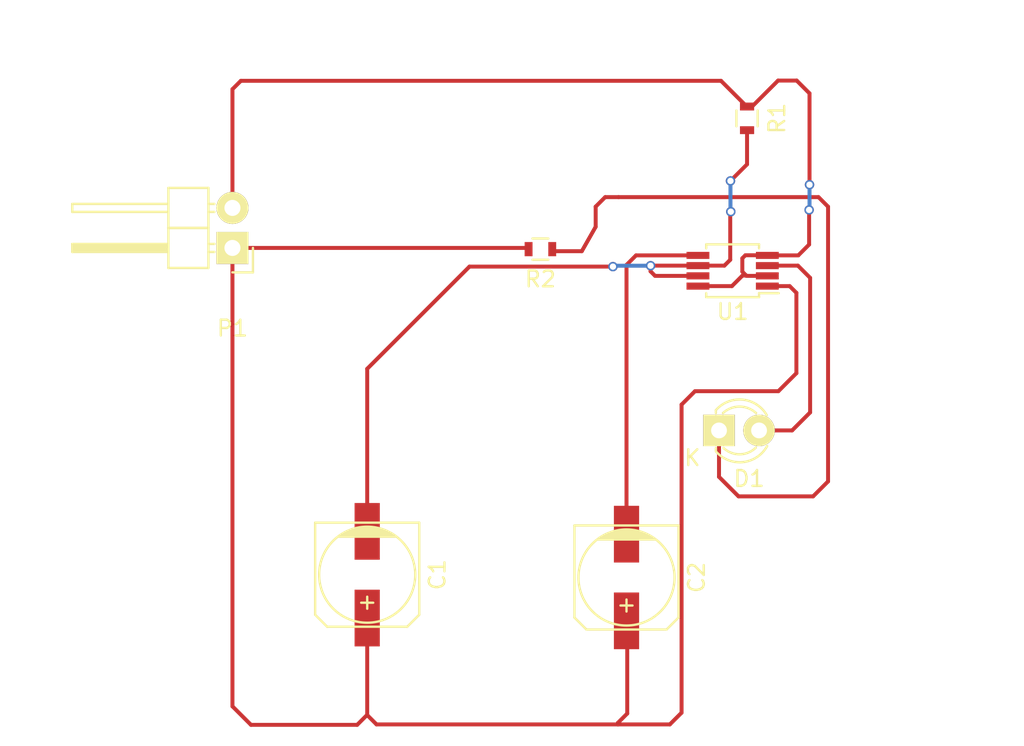
<source format=kicad_pcb>
(kicad_pcb (version 4) (host pcbnew 4.0.1-stable)

  (general
    (links 14)
    (no_connects 0)
    (area 123.305899 85.228759 188.263201 132.586401)
    (thickness 1.6)
    (drawings 4)
    (tracks 99)
    (zones 0)
    (modules 7)
    (nets 7)
  )

  (page A4)
  (layers
    (0 F.Cu signal)
    (31 B.Cu signal)
    (32 B.Adhes user)
    (33 F.Adhes user)
    (34 B.Paste user)
    (35 F.Paste user)
    (36 B.SilkS user)
    (37 F.SilkS user)
    (38 B.Mask user)
    (39 F.Mask user)
    (40 Dwgs.User user)
    (41 Cmts.User user)
    (42 Eco1.User user)
    (43 Eco2.User user)
    (44 Edge.Cuts user)
    (45 Margin user)
    (46 B.CrtYd user)
    (47 F.CrtYd user)
    (48 B.Fab user)
    (49 F.Fab user)
  )

  (setup
    (last_trace_width 0.25)
    (trace_clearance 0.2)
    (zone_clearance 0.508)
    (zone_45_only no)
    (trace_min 0.2)
    (segment_width 0.2)
    (edge_width 0.15)
    (via_size 0.6)
    (via_drill 0.4)
    (via_min_size 0.4)
    (via_min_drill 0.3)
    (uvia_size 0.3)
    (uvia_drill 0.1)
    (uvias_allowed no)
    (uvia_min_size 0.2)
    (uvia_min_drill 0.1)
    (pcb_text_width 0.3)
    (pcb_text_size 1.5 1.5)
    (mod_edge_width 0.15)
    (mod_text_size 1 1)
    (mod_text_width 0.15)
    (pad_size 1.524 1.524)
    (pad_drill 0.762)
    (pad_to_mask_clearance 0.2)
    (aux_axis_origin 0 0)
    (visible_elements 7FFFFFFF)
    (pcbplotparams
      (layerselection 0x00030_80000001)
      (usegerberextensions false)
      (excludeedgelayer true)
      (linewidth 0.100000)
      (plotframeref false)
      (viasonmask false)
      (mode 1)
      (useauxorigin false)
      (hpglpennumber 1)
      (hpglpenspeed 20)
      (hpglpendiameter 15)
      (hpglpenoverlay 2)
      (psnegative false)
      (psa4output false)
      (plotreference true)
      (plotvalue true)
      (plotinvisibletext false)
      (padsonsilk false)
      (subtractmaskfromsilk false)
      (outputformat 1)
      (mirror false)
      (drillshape 1)
      (scaleselection 1)
      (outputdirectory ""))
  )

  (net 0 "")
  (net 1 GND)
  (net 2 "Net-(C1-Pad2)")
  (net 3 "Net-(C2-Pad2)")
  (net 4 "Net-(D1-Pad1)")
  (net 5 "Net-(D1-Pad2)")
  (net 6 VCC)

  (net_class Default "This is the default net class."
    (clearance 0.2)
    (trace_width 0.25)
    (via_dia 0.6)
    (via_drill 0.4)
    (uvia_dia 0.3)
    (uvia_drill 0.1)
    (add_net GND)
    (add_net "Net-(C1-Pad2)")
    (add_net "Net-(C2-Pad2)")
    (add_net "Net-(D1-Pad1)")
    (add_net "Net-(D1-Pad2)")
    (add_net VCC)
  )

  (module Capacitors_SMD:c_elec_6.3x4.5 (layer F.Cu) (tedit 55725DD2) (tstamp 56CA5238)
    (at 146.5961 121.7041 270)
    (descr "SMT capacitor, aluminium electrolytic, 6.3x4.5")
    (path /56CA4553)
    (attr smd)
    (fp_text reference C1 (at 0 -4.445 270) (layer F.SilkS)
      (effects (font (size 1 1) (thickness 0.15)))
    )
    (fp_text value CP (at 0 4.445 270) (layer F.Fab)
      (effects (font (size 1 1) (thickness 0.15)))
    )
    (fp_line (start -4.85 -3.6) (end 4.85 -3.6) (layer F.CrtYd) (width 0.05))
    (fp_line (start 4.85 -3.6) (end 4.85 3.6) (layer F.CrtYd) (width 0.05))
    (fp_line (start 4.85 3.6) (end -4.85 3.6) (layer F.CrtYd) (width 0.05))
    (fp_line (start -4.85 3.6) (end -4.85 -3.6) (layer F.CrtYd) (width 0.05))
    (fp_line (start -2.921 -0.762) (end -2.921 0.762) (layer F.SilkS) (width 0.15))
    (fp_line (start -2.794 1.143) (end -2.794 -1.143) (layer F.SilkS) (width 0.15))
    (fp_line (start -2.667 -1.397) (end -2.667 1.397) (layer F.SilkS) (width 0.15))
    (fp_line (start -2.54 1.651) (end -2.54 -1.651) (layer F.SilkS) (width 0.15))
    (fp_line (start -2.413 -1.778) (end -2.413 1.778) (layer F.SilkS) (width 0.15))
    (fp_line (start -3.302 -3.302) (end -3.302 3.302) (layer F.SilkS) (width 0.15))
    (fp_line (start -3.302 3.302) (end 2.54 3.302) (layer F.SilkS) (width 0.15))
    (fp_line (start 2.54 3.302) (end 3.302 2.54) (layer F.SilkS) (width 0.15))
    (fp_line (start 3.302 2.54) (end 3.302 -2.54) (layer F.SilkS) (width 0.15))
    (fp_line (start 3.302 -2.54) (end 2.54 -3.302) (layer F.SilkS) (width 0.15))
    (fp_line (start 2.54 -3.302) (end -3.302 -3.302) (layer F.SilkS) (width 0.15))
    (fp_line (start 2.159 0) (end 1.397 0) (layer F.SilkS) (width 0.15))
    (fp_line (start 1.778 -0.381) (end 1.778 0.381) (layer F.SilkS) (width 0.15))
    (fp_circle (center 0 0) (end -3.048 0) (layer F.SilkS) (width 0.15))
    (pad 1 smd rect (at 2.75082 0 270) (size 3.59918 1.6002) (layers F.Cu F.Paste F.Mask)
      (net 1 GND))
    (pad 2 smd rect (at -2.75082 0 270) (size 3.59918 1.6002) (layers F.Cu F.Paste F.Mask)
      (net 2 "Net-(C1-Pad2)"))
    (model Capacitors_SMD.3dshapes/c_elec_6.3x4.5.wrl
      (at (xyz 0 0 0))
      (scale (xyz 1 1 1))
      (rotate (xyz 0 0 0))
    )
  )

  (module Capacitors_SMD:c_elec_6.3x4.5 (layer F.Cu) (tedit 55725DD2) (tstamp 56CA523E)
    (at 163.0426 121.8819 270)
    (descr "SMT capacitor, aluminium electrolytic, 6.3x4.5")
    (path /56CA4620)
    (attr smd)
    (fp_text reference C2 (at 0 -4.445 270) (layer F.SilkS)
      (effects (font (size 1 1) (thickness 0.15)))
    )
    (fp_text value CP (at 0 4.445 270) (layer F.Fab)
      (effects (font (size 1 1) (thickness 0.15)))
    )
    (fp_line (start -4.85 -3.6) (end 4.85 -3.6) (layer F.CrtYd) (width 0.05))
    (fp_line (start 4.85 -3.6) (end 4.85 3.6) (layer F.CrtYd) (width 0.05))
    (fp_line (start 4.85 3.6) (end -4.85 3.6) (layer F.CrtYd) (width 0.05))
    (fp_line (start -4.85 3.6) (end -4.85 -3.6) (layer F.CrtYd) (width 0.05))
    (fp_line (start -2.921 -0.762) (end -2.921 0.762) (layer F.SilkS) (width 0.15))
    (fp_line (start -2.794 1.143) (end -2.794 -1.143) (layer F.SilkS) (width 0.15))
    (fp_line (start -2.667 -1.397) (end -2.667 1.397) (layer F.SilkS) (width 0.15))
    (fp_line (start -2.54 1.651) (end -2.54 -1.651) (layer F.SilkS) (width 0.15))
    (fp_line (start -2.413 -1.778) (end -2.413 1.778) (layer F.SilkS) (width 0.15))
    (fp_line (start -3.302 -3.302) (end -3.302 3.302) (layer F.SilkS) (width 0.15))
    (fp_line (start -3.302 3.302) (end 2.54 3.302) (layer F.SilkS) (width 0.15))
    (fp_line (start 2.54 3.302) (end 3.302 2.54) (layer F.SilkS) (width 0.15))
    (fp_line (start 3.302 2.54) (end 3.302 -2.54) (layer F.SilkS) (width 0.15))
    (fp_line (start 3.302 -2.54) (end 2.54 -3.302) (layer F.SilkS) (width 0.15))
    (fp_line (start 2.54 -3.302) (end -3.302 -3.302) (layer F.SilkS) (width 0.15))
    (fp_line (start 2.159 0) (end 1.397 0) (layer F.SilkS) (width 0.15))
    (fp_line (start 1.778 -0.381) (end 1.778 0.381) (layer F.SilkS) (width 0.15))
    (fp_circle (center 0 0) (end -3.048 0) (layer F.SilkS) (width 0.15))
    (pad 1 smd rect (at 2.75082 0 270) (size 3.59918 1.6002) (layers F.Cu F.Paste F.Mask)
      (net 1 GND))
    (pad 2 smd rect (at -2.75082 0 270) (size 3.59918 1.6002) (layers F.Cu F.Paste F.Mask)
      (net 3 "Net-(C2-Pad2)"))
    (model Capacitors_SMD.3dshapes/c_elec_6.3x4.5.wrl
      (at (xyz 0 0 0))
      (scale (xyz 1 1 1))
      (rotate (xyz 0 0 0))
    )
  )

  (module LEDs:LED-3MM (layer F.Cu) (tedit 559B82F6) (tstamp 56CA5244)
    (at 168.91 112.5474)
    (descr "LED 3mm round vertical")
    (tags "LED  3mm round vertical")
    (path /56CA46A5)
    (fp_text reference D1 (at 1.91 3.06) (layer F.SilkS)
      (effects (font (size 1 1) (thickness 0.15)))
    )
    (fp_text value LED (at 1.3 -2.9) (layer F.Fab)
      (effects (font (size 1 1) (thickness 0.15)))
    )
    (fp_line (start -1.2 2.3) (end 3.8 2.3) (layer F.CrtYd) (width 0.05))
    (fp_line (start 3.8 2.3) (end 3.8 -2.2) (layer F.CrtYd) (width 0.05))
    (fp_line (start 3.8 -2.2) (end -1.2 -2.2) (layer F.CrtYd) (width 0.05))
    (fp_line (start -1.2 -2.2) (end -1.2 2.3) (layer F.CrtYd) (width 0.05))
    (fp_line (start -0.199 1.314) (end -0.199 1.114) (layer F.SilkS) (width 0.15))
    (fp_line (start -0.199 -1.28) (end -0.199 -1.1) (layer F.SilkS) (width 0.15))
    (fp_arc (start 1.301 0.034) (end -0.199 -1.286) (angle 108.5) (layer F.SilkS) (width 0.15))
    (fp_arc (start 1.301 0.034) (end 0.25 -1.1) (angle 85.7) (layer F.SilkS) (width 0.15))
    (fp_arc (start 1.311 0.034) (end 3.051 0.994) (angle 110) (layer F.SilkS) (width 0.15))
    (fp_arc (start 1.301 0.034) (end 2.335 1.094) (angle 87.5) (layer F.SilkS) (width 0.15))
    (fp_text user K (at -1.69 1.74) (layer F.SilkS)
      (effects (font (size 1 1) (thickness 0.15)))
    )
    (pad 1 thru_hole rect (at 0 0 90) (size 2 2) (drill 1.00076) (layers *.Cu *.Mask F.SilkS)
      (net 4 "Net-(D1-Pad1)"))
    (pad 2 thru_hole circle (at 2.54 0) (size 2 2) (drill 1.00076) (layers *.Cu *.Mask F.SilkS)
      (net 5 "Net-(D1-Pad2)"))
    (model LEDs.3dshapes/LED-3MM.wrl
      (at (xyz 0.05 0 0))
      (scale (xyz 1 1 1))
      (rotate (xyz 0 0 90))
    )
  )

  (module Pin_Headers:Pin_Header_Angled_1x02 (layer F.Cu) (tedit 0) (tstamp 56CA524A)
    (at 138.049 100.965 180)
    (descr "Through hole pin header")
    (tags "pin header")
    (path /56CA474A)
    (fp_text reference P1 (at 0 -5.1 180) (layer F.SilkS)
      (effects (font (size 1 1) (thickness 0.15)))
    )
    (fp_text value CONN_01X02 (at 0 -3.1 180) (layer F.Fab)
      (effects (font (size 1 1) (thickness 0.15)))
    )
    (fp_line (start -1.5 -1.75) (end -1.5 4.3) (layer F.CrtYd) (width 0.05))
    (fp_line (start 10.65 -1.75) (end 10.65 4.3) (layer F.CrtYd) (width 0.05))
    (fp_line (start -1.5 -1.75) (end 10.65 -1.75) (layer F.CrtYd) (width 0.05))
    (fp_line (start -1.5 4.3) (end 10.65 4.3) (layer F.CrtYd) (width 0.05))
    (fp_line (start -1.3 -1.55) (end -1.3 0) (layer F.SilkS) (width 0.15))
    (fp_line (start 0 -1.55) (end -1.3 -1.55) (layer F.SilkS) (width 0.15))
    (fp_line (start 4.191 -0.127) (end 10.033 -0.127) (layer F.SilkS) (width 0.15))
    (fp_line (start 10.033 -0.127) (end 10.033 0.127) (layer F.SilkS) (width 0.15))
    (fp_line (start 10.033 0.127) (end 4.191 0.127) (layer F.SilkS) (width 0.15))
    (fp_line (start 4.191 0.127) (end 4.191 0) (layer F.SilkS) (width 0.15))
    (fp_line (start 4.191 0) (end 10.033 0) (layer F.SilkS) (width 0.15))
    (fp_line (start 1.524 -0.254) (end 1.143 -0.254) (layer F.SilkS) (width 0.15))
    (fp_line (start 1.524 0.254) (end 1.143 0.254) (layer F.SilkS) (width 0.15))
    (fp_line (start 1.524 2.286) (end 1.143 2.286) (layer F.SilkS) (width 0.15))
    (fp_line (start 1.524 2.794) (end 1.143 2.794) (layer F.SilkS) (width 0.15))
    (fp_line (start 1.524 -1.27) (end 4.064 -1.27) (layer F.SilkS) (width 0.15))
    (fp_line (start 1.524 1.27) (end 4.064 1.27) (layer F.SilkS) (width 0.15))
    (fp_line (start 1.524 1.27) (end 1.524 3.81) (layer F.SilkS) (width 0.15))
    (fp_line (start 1.524 3.81) (end 4.064 3.81) (layer F.SilkS) (width 0.15))
    (fp_line (start 4.064 2.286) (end 10.16 2.286) (layer F.SilkS) (width 0.15))
    (fp_line (start 10.16 2.286) (end 10.16 2.794) (layer F.SilkS) (width 0.15))
    (fp_line (start 10.16 2.794) (end 4.064 2.794) (layer F.SilkS) (width 0.15))
    (fp_line (start 4.064 3.81) (end 4.064 1.27) (layer F.SilkS) (width 0.15))
    (fp_line (start 4.064 1.27) (end 4.064 -1.27) (layer F.SilkS) (width 0.15))
    (fp_line (start 10.16 0.254) (end 4.064 0.254) (layer F.SilkS) (width 0.15))
    (fp_line (start 10.16 -0.254) (end 10.16 0.254) (layer F.SilkS) (width 0.15))
    (fp_line (start 4.064 -0.254) (end 10.16 -0.254) (layer F.SilkS) (width 0.15))
    (fp_line (start 1.524 1.27) (end 4.064 1.27) (layer F.SilkS) (width 0.15))
    (fp_line (start 1.524 -1.27) (end 1.524 1.27) (layer F.SilkS) (width 0.15))
    (pad 1 thru_hole rect (at 0 0 180) (size 2.032 2.032) (drill 1.016) (layers *.Cu *.Mask F.SilkS)
      (net 1 GND))
    (pad 2 thru_hole oval (at 0 2.54 180) (size 2.032 2.032) (drill 1.016) (layers *.Cu *.Mask F.SilkS)
      (net 6 VCC))
    (model Pin_Headers.3dshapes/Pin_Header_Angled_1x02.wrl
      (at (xyz 0 -0.05 0))
      (scale (xyz 1 1 1))
      (rotate (xyz 0 0 90))
    )
  )

  (module Resistors_SMD:R_0603 (layer F.Cu) (tedit 5415CC62) (tstamp 56CA5250)
    (at 170.688 92.74048 270)
    (descr "Resistor SMD 0603, reflow soldering, Vishay (see dcrcw.pdf)")
    (tags "resistor 0603")
    (path /56CA4318)
    (attr smd)
    (fp_text reference R1 (at 0 -1.9 270) (layer F.SilkS)
      (effects (font (size 1 1) (thickness 0.15)))
    )
    (fp_text value R (at 0 1.9 270) (layer F.Fab)
      (effects (font (size 1 1) (thickness 0.15)))
    )
    (fp_line (start -1.3 -0.8) (end 1.3 -0.8) (layer F.CrtYd) (width 0.05))
    (fp_line (start -1.3 0.8) (end 1.3 0.8) (layer F.CrtYd) (width 0.05))
    (fp_line (start -1.3 -0.8) (end -1.3 0.8) (layer F.CrtYd) (width 0.05))
    (fp_line (start 1.3 -0.8) (end 1.3 0.8) (layer F.CrtYd) (width 0.05))
    (fp_line (start 0.5 0.675) (end -0.5 0.675) (layer F.SilkS) (width 0.15))
    (fp_line (start -0.5 -0.675) (end 0.5 -0.675) (layer F.SilkS) (width 0.15))
    (pad 1 smd rect (at -0.75 0 270) (size 0.5 0.9) (layers F.Cu F.Paste F.Mask)
      (net 6 VCC))
    (pad 2 smd rect (at 0.75 0 270) (size 0.5 0.9) (layers F.Cu F.Paste F.Mask)
      (net 2 "Net-(C1-Pad2)"))
    (model Resistors_SMD.3dshapes/R_0603.wrl
      (at (xyz 0 0 0))
      (scale (xyz 1 1 1))
      (rotate (xyz 0 0 0))
    )
  )

  (module Resistors_SMD:R_0603 (layer F.Cu) (tedit 5415CC62) (tstamp 56CA5256)
    (at 157.5816 101.0412 180)
    (descr "Resistor SMD 0603, reflow soldering, Vishay (see dcrcw.pdf)")
    (tags "resistor 0603")
    (path /56CA4399)
    (attr smd)
    (fp_text reference R2 (at 0 -1.9 180) (layer F.SilkS)
      (effects (font (size 1 1) (thickness 0.15)))
    )
    (fp_text value R (at 0 1.9 180) (layer F.Fab)
      (effects (font (size 1 1) (thickness 0.15)))
    )
    (fp_line (start -1.3 -0.8) (end 1.3 -0.8) (layer F.CrtYd) (width 0.05))
    (fp_line (start -1.3 0.8) (end 1.3 0.8) (layer F.CrtYd) (width 0.05))
    (fp_line (start -1.3 -0.8) (end -1.3 0.8) (layer F.CrtYd) (width 0.05))
    (fp_line (start 1.3 -0.8) (end 1.3 0.8) (layer F.CrtYd) (width 0.05))
    (fp_line (start 0.5 0.675) (end -0.5 0.675) (layer F.SilkS) (width 0.15))
    (fp_line (start -0.5 -0.675) (end 0.5 -0.675) (layer F.SilkS) (width 0.15))
    (pad 1 smd rect (at -0.75 0 180) (size 0.5 0.9) (layers F.Cu F.Paste F.Mask)
      (net 4 "Net-(D1-Pad1)"))
    (pad 2 smd rect (at 0.75 0 180) (size 0.5 0.9) (layers F.Cu F.Paste F.Mask)
      (net 1 GND))
    (model Resistors_SMD.3dshapes/R_0603.wrl
      (at (xyz 0 0 0))
      (scale (xyz 1 1 1))
      (rotate (xyz 0 0 0))
    )
  )

  (module Housings_SSOP:MSOP-8_3x3mm_Pitch0.65mm (layer F.Cu) (tedit 54130A77) (tstamp 56CA5262)
    (at 169.7736 102.4128 180)
    (descr "8-Lead Plastic Micro Small Outline Package (MS) [MSOP] (see Microchip Packaging Specification 00000049BS.pdf)")
    (tags "SSOP 0.65")
    (path /56CA4271)
    (attr smd)
    (fp_text reference U1 (at 0 -2.6 180) (layer F.SilkS)
      (effects (font (size 1 1) (thickness 0.15)))
    )
    (fp_text value LM555N (at 0 2.6 180) (layer F.Fab)
      (effects (font (size 1 1) (thickness 0.15)))
    )
    (fp_line (start -3.2 -1.85) (end -3.2 1.85) (layer F.CrtYd) (width 0.05))
    (fp_line (start 3.2 -1.85) (end 3.2 1.85) (layer F.CrtYd) (width 0.05))
    (fp_line (start -3.2 -1.85) (end 3.2 -1.85) (layer F.CrtYd) (width 0.05))
    (fp_line (start -3.2 1.85) (end 3.2 1.85) (layer F.CrtYd) (width 0.05))
    (fp_line (start -1.675 -1.675) (end -1.675 -1.425) (layer F.SilkS) (width 0.15))
    (fp_line (start 1.675 -1.675) (end 1.675 -1.425) (layer F.SilkS) (width 0.15))
    (fp_line (start 1.675 1.675) (end 1.675 1.425) (layer F.SilkS) (width 0.15))
    (fp_line (start -1.675 1.675) (end -1.675 1.425) (layer F.SilkS) (width 0.15))
    (fp_line (start -1.675 -1.675) (end 1.675 -1.675) (layer F.SilkS) (width 0.15))
    (fp_line (start -1.675 1.675) (end 1.675 1.675) (layer F.SilkS) (width 0.15))
    (fp_line (start -1.675 -1.425) (end -2.925 -1.425) (layer F.SilkS) (width 0.15))
    (pad 1 smd rect (at -2.2 -0.975 180) (size 1.45 0.45) (layers F.Cu F.Paste F.Mask)
      (net 1 GND))
    (pad 2 smd rect (at -2.2 -0.325 180) (size 1.45 0.45) (layers F.Cu F.Paste F.Mask)
      (net 6 VCC))
    (pad 3 smd rect (at -2.2 0.325 180) (size 1.45 0.45) (layers F.Cu F.Paste F.Mask)
      (net 5 "Net-(D1-Pad2)"))
    (pad 4 smd rect (at -2.2 0.975 180) (size 1.45 0.45) (layers F.Cu F.Paste F.Mask)
      (net 6 VCC))
    (pad 5 smd rect (at 2.2 0.975 180) (size 1.45 0.45) (layers F.Cu F.Paste F.Mask)
      (net 3 "Net-(C2-Pad2)"))
    (pad 6 smd rect (at 2.2 0.325 180) (size 1.45 0.45) (layers F.Cu F.Paste F.Mask)
      (net 2 "Net-(C1-Pad2)"))
    (pad 7 smd rect (at 2.2 -0.325 180) (size 1.45 0.45) (layers F.Cu F.Paste F.Mask)
      (net 2 "Net-(C1-Pad2)"))
    (pad 8 smd rect (at 2.2 -0.975 180) (size 1.45 0.45) (layers F.Cu F.Paste F.Mask)
      (net 6 VCC))
    (model Housings_SSOP.3dshapes/MSOP-8_3x3mm_Pitch0.65mm.wrl
      (at (xyz 0 0 0))
      (scale (xyz 1 1 1))
      (rotate (xyz 0 0 0))
    )
  )

  (gr_line (start 123.5456 132.4864) (end 123.5456 85.32876) (angle 90) (layer B.CrtYd) (width 0.2))
  (gr_line (start 188.1632 132.4864) (end 123.5456 132.4864) (angle 90) (layer B.CrtYd) (width 0.2))
  (gr_line (start 188.1632 85.4964) (end 188.1632 132.4864) (angle 90) (layer B.CrtYd) (width 0.2))
  (gr_line (start 123.4059 85.4964) (end 188.1632 85.4964) (angle 90) (layer B.CrtYd) (width 0.2))

  (segment (start 138.049 100.965) (end 156.7554 100.965) (width 0.25) (layer F.Cu) (net 1))
  (segment (start 156.7554 100.965) (end 156.8316 101.0412) (width 0.25) (layer F.Cu) (net 1) (tstamp 56CA640E))
  (segment (start 171.9736 103.3878) (end 173.3902 103.3878) (width 0.25) (layer F.Cu) (net 1))
  (segment (start 165.79088 131.20624) (end 162.49904 131.20624) (width 0.25) (layer F.Cu) (net 1) (tstamp 56CA633B))
  (segment (start 166.5351 130.46202) (end 165.79088 131.20624) (width 0.25) (layer F.Cu) (net 1) (tstamp 56CA633A))
  (segment (start 166.5351 110.9091) (end 166.5351 130.46202) (width 0.25) (layer F.Cu) (net 1) (tstamp 56CA6339))
  (segment (start 167.386 110.0582) (end 166.5351 110.9091) (width 0.25) (layer F.Cu) (net 1) (tstamp 56CA6338))
  (segment (start 172.67428 110.0582) (end 167.386 110.0582) (width 0.25) (layer F.Cu) (net 1) (tstamp 56CA6336))
  (segment (start 173.81728 108.9152) (end 172.67428 110.0582) (width 0.25) (layer F.Cu) (net 1) (tstamp 56CA6335))
  (segment (start 173.81728 103.81488) (end 173.81728 108.9152) (width 0.25) (layer F.Cu) (net 1) (tstamp 56CA6334))
  (segment (start 173.3902 103.3878) (end 173.81728 103.81488) (width 0.25) (layer F.Cu) (net 1) (tstamp 56CA6333))
  (segment (start 138.049 100.965) (end 138.049 130.05816) (width 0.25) (layer F.Cu) (net 1))
  (segment (start 145.95856 131.23418) (end 146.5961 130.59664) (width 0.25) (layer F.Cu) (net 1) (tstamp 56CA62C1))
  (segment (start 139.22502 131.23418) (end 145.95856 131.23418) (width 0.25) (layer F.Cu) (net 1) (tstamp 56CA62BF))
  (segment (start 138.049 130.05816) (end 139.22502 131.23418) (width 0.25) (layer F.Cu) (net 1) (tstamp 56CA62BD))
  (segment (start 163.08832 124.67844) (end 163.08832 130.51536) (width 0.25) (layer F.Cu) (net 1))
  (segment (start 162.49904 131.10464) (end 163.08832 130.51536) (width 0.25) (layer F.Cu) (net 1) (tstamp 56CA62B6))
  (segment (start 146.5961 130.61442) (end 146.5961 130.59664) (width 0.25) (layer F.Cu) (net 1))
  (segment (start 146.5961 130.59664) (end 146.5961 124.45492) (width 0.25) (layer F.Cu) (net 1) (tstamp 56CA62C4))
  (segment (start 147.18792 131.20624) (end 162.49904 131.20624) (width 0.25) (layer F.Cu) (net 1) (tstamp 56CA62B3))
  (segment (start 146.5961 130.61442) (end 147.18792 131.20624) (width 0.25) (layer F.Cu) (net 1) (tstamp 56CA62B2))
  (segment (start 162.49904 131.20624) (end 162.49904 131.10464) (width 0.25) (layer F.Cu) (net 1))
  (segment (start 163.08832 124.67844) (end 163.0426 124.63272) (width 0.25) (layer F.Cu) (net 1) (tstamp 56CA62B9))
  (segment (start 167.5736 102.0878) (end 169.25024 102.0878) (width 0.25) (layer F.Cu) (net 2) (status 400000))
  (segment (start 170.688 95.65894) (end 170.688 93.49048) (width 0.25) (layer F.Cu) (net 2) (tstamp 56CA645C) (status 800000))
  (segment (start 169.63644 96.7105) (end 170.688 95.65894) (width 0.25) (layer F.Cu) (net 2) (tstamp 56CA645B))
  (via (at 169.63644 96.7105) (size 0.6) (drill 0.4) (layers F.Cu B.Cu) (net 2))
  (segment (start 169.63644 98.64344) (end 169.63644 96.7105) (width 0.25) (layer B.Cu) (net 2) (tstamp 56CA6458))
  (segment (start 169.65676 98.66376) (end 169.63644 98.64344) (width 0.25) (layer B.Cu) (net 2) (tstamp 56CA6457))
  (via (at 169.65676 98.66376) (size 0.6) (drill 0.4) (layers F.Cu B.Cu) (net 2))
  (segment (start 169.6339 98.66376) (end 169.65676 98.66376) (width 0.25) (layer F.Cu) (net 2) (tstamp 56CA6455))
  (segment (start 169.6212 98.67646) (end 169.6339 98.66376) (width 0.25) (layer F.Cu) (net 2) (tstamp 56CA6454))
  (segment (start 169.6212 101.71684) (end 169.6212 98.67646) (width 0.25) (layer F.Cu) (net 2) (tstamp 56CA6453))
  (segment (start 169.25024 102.0878) (end 169.6212 101.71684) (width 0.25) (layer F.Cu) (net 2) (tstamp 56CA6452))
  (segment (start 164.56914 102.09276) (end 164.56914 102.4509) (width 0.25) (layer F.Cu) (net 2))
  (segment (start 164.85604 102.7378) (end 167.5736 102.7378) (width 0.25) (layer F.Cu) (net 2) (tstamp 56CA644E) (status 800000))
  (segment (start 164.56914 102.4509) (end 164.85604 102.7378) (width 0.25) (layer F.Cu) (net 2) (tstamp 56CA644D))
  (segment (start 146.5961 118.95328) (end 146.5961 108.6358) (width 0.25) (layer F.Cu) (net 2) (status 400000))
  (segment (start 164.5741 102.0878) (end 167.5736 102.0878) (width 0.25) (layer F.Cu) (net 2) (tstamp 56CA6444) (status 800000))
  (segment (start 164.56914 102.09276) (end 164.5741 102.0878) (width 0.25) (layer F.Cu) (net 2) (tstamp 56CA6443))
  (via (at 164.56914 102.09276) (size 0.6) (drill 0.4) (layers F.Cu B.Cu) (net 2))
  (segment (start 162.23996 102.09276) (end 164.56914 102.09276) (width 0.25) (layer B.Cu) (net 2) (tstamp 56CA6441))
  (segment (start 162.18154 102.15118) (end 162.23996 102.09276) (width 0.25) (layer B.Cu) (net 2) (tstamp 56CA6440))
  (via (at 162.18154 102.15118) (size 0.6) (drill 0.4) (layers F.Cu B.Cu) (net 2))
  (segment (start 162.179 102.14864) (end 162.18154 102.15118) (width 0.25) (layer F.Cu) (net 2) (tstamp 56CA643E))
  (segment (start 153.08326 102.14864) (end 162.179 102.14864) (width 0.25) (layer F.Cu) (net 2) (tstamp 56CA643C))
  (segment (start 146.5961 108.6358) (end 153.08326 102.14864) (width 0.25) (layer F.Cu) (net 2) (tstamp 56CA643A))
  (segment (start 163.0426 119.13108) (end 163.0426 102.04196) (width 0.25) (layer F.Cu) (net 3))
  (segment (start 163.64676 101.4378) (end 167.5736 101.4378) (width 0.25) (layer F.Cu) (net 3) (tstamp 56CA633F))
  (segment (start 163.0426 102.04196) (end 163.64676 101.4378) (width 0.25) (layer F.Cu) (net 3) (tstamp 56CA633E))
  (segment (start 162.53714 97.7392) (end 161.69132 97.7392) (width 0.25) (layer F.Cu) (net 4))
  (segment (start 168.91 115.4938) (end 170.14952 116.73332) (width 0.25) (layer F.Cu) (net 4) (tstamp 56CA6342))
  (segment (start 170.14952 116.73332) (end 174.87646 116.73332) (width 0.25) (layer F.Cu) (net 4) (tstamp 56CA6343))
  (segment (start 174.87646 116.73332) (end 175.82642 115.78336) (width 0.25) (layer F.Cu) (net 4) (tstamp 56CA6345))
  (segment (start 175.82642 115.78336) (end 175.82642 98.34626) (width 0.25) (layer F.Cu) (net 4) (tstamp 56CA6347))
  (segment (start 175.82642 98.34626) (end 175.21936 97.7392) (width 0.25) (layer F.Cu) (net 4) (tstamp 56CA6348))
  (segment (start 175.21936 97.7392) (end 162.53714 97.7392) (width 0.25) (layer F.Cu) (net 4) (tstamp 56CA6349))
  (segment (start 168.91 112.5474) (end 168.91 115.4938) (width 0.25) (layer F.Cu) (net 4))
  (segment (start 160.20796 101.17074) (end 158.36392 101.17074) (width 0.25) (layer F.Cu) (net 4) (tstamp 56CA638F))
  (segment (start 161.0868 99.62388) (end 160.20796 101.17074) (width 0.25) (layer F.Cu) (net 4) (tstamp 56CA638E))
  (segment (start 161.0868 98.34372) (end 161.0868 99.62388) (width 0.25) (layer F.Cu) (net 4) (tstamp 56CA638D))
  (segment (start 161.69132 97.7392) (end 161.0868 98.34372) (width 0.25) (layer F.Cu) (net 4) (tstamp 56CA638C))
  (segment (start 171.9736 102.0878) (end 173.91392 102.0878) (width 0.25) (layer F.Cu) (net 5))
  (segment (start 173.5455 112.5474) (end 171.45 112.5474) (width 0.25) (layer F.Cu) (net 5) (tstamp 56CA632F))
  (segment (start 174.6885 111.4044) (end 173.5455 112.5474) (width 0.25) (layer F.Cu) (net 5) (tstamp 56CA632E))
  (segment (start 174.6885 102.86238) (end 174.6885 111.4044) (width 0.25) (layer F.Cu) (net 5) (tstamp 56CA632D))
  (segment (start 173.91392 102.0878) (end 174.6885 102.86238) (width 0.25) (layer F.Cu) (net 5) (tstamp 56CA632C))
  (segment (start 171.9736 101.4378) (end 173.9363 101.4378) (width 0.25) (layer F.Cu) (net 6) (status 400000))
  (segment (start 174.6504 96.9518) (end 174.6504 96.7867) (width 0.25) (layer F.Cu) (net 6) (tstamp 56CA6470))
  (via (at 174.6504 96.9518) (size 0.6) (drill 0.4) (layers F.Cu B.Cu) (net 6))
  (segment (start 174.6504 98.5266) (end 174.6504 96.9518) (width 0.25) (layer B.Cu) (net 6) (tstamp 56CA646D))
  (segment (start 174.625 98.552) (end 174.6504 98.5266) (width 0.25) (layer B.Cu) (net 6) (tstamp 56CA646C))
  (via (at 174.625 98.552) (size 0.6) (drill 0.4) (layers F.Cu B.Cu) (net 6))
  (segment (start 174.625 100.7491) (end 174.625 98.552) (width 0.25) (layer F.Cu) (net 6) (tstamp 56CA6468))
  (segment (start 173.9363 101.4378) (end 174.625 100.7491) (width 0.25) (layer F.Cu) (net 6) (tstamp 56CA6467))
  (segment (start 174.6504 96.7867) (end 174.6631 96.7867) (width 0.25) (layer F.Cu) (net 6) (tstamp 56CA6471))
  (segment (start 174.6631 96.7867) (end 174.6504 96.7867) (width 0.25) (layer F.Cu) (net 6) (tstamp 56CA6473))
  (segment (start 172.65396 90.34272) (end 173.8376 90.34272) (width 0.25) (layer F.Cu) (net 6))
  (segment (start 173.8376 90.34272) (end 174.6504 91.15552) (width 0.25) (layer F.Cu) (net 6) (tstamp 56CA6421))
  (segment (start 174.6504 91.15552) (end 174.6504 96.7867) (width 0.25) (layer F.Cu) (net 6) (tstamp 56CA6422))
  (segment (start 171.0062 91.99048) (end 172.65396 90.34272) (width 0.25) (layer F.Cu) (net 6) (tstamp 56CA641E))
  (segment (start 174.6504 96.94164) (end 174.64278 96.94926) (width 0.25) (layer F.Cu) (net 6) (tstamp 56CA6423))
  (segment (start 174.6504 96.7867) (end 174.6504 96.94164) (width 0.25) (layer F.Cu) (net 6) (tstamp 56CA6474))
  (segment (start 170.688 91.99048) (end 171.0062 91.99048) (width 0.25) (layer F.Cu) (net 6))
  (segment (start 167.5736 103.3878) (end 169.72824 103.3878) (width 0.25) (layer F.Cu) (net 6))
  (segment (start 170.39844 102.7176) (end 170.63466 102.7176) (width 0.25) (layer F.Cu) (net 6) (tstamp 56CA635A))
  (segment (start 169.72824 103.3878) (end 170.39844 102.7176) (width 0.25) (layer F.Cu) (net 6) (tstamp 56CA6359))
  (segment (start 171.96562 101.42982) (end 170.58132 101.42982) (width 0.25) (layer F.Cu) (net 6))
  (segment (start 170.65486 102.7378) (end 170.63466 102.7176) (width 0.25) (layer F.Cu) (net 6) (tstamp 56CA6351))
  (segment (start 170.63466 102.7176) (end 170.38828 102.47122) (width 0.25) (layer F.Cu) (net 6) (tstamp 56CA635D))
  (segment (start 170.38828 102.47122) (end 170.38828 101.62286) (width 0.25) (layer F.Cu) (net 6) (tstamp 56CA6352))
  (segment (start 170.38828 101.62286) (end 170.58132 101.42982) (width 0.25) (layer F.Cu) (net 6) (tstamp 56CA6353))
  (segment (start 170.65486 102.7378) (end 171.9736 102.7378) (width 0.25) (layer F.Cu) (net 6))
  (segment (start 171.96562 101.42982) (end 171.9736 101.4378) (width 0.25) (layer F.Cu) (net 6) (tstamp 56CA6356))
  (segment (start 169.037 90.35796) (end 170.60164 91.9226) (width 0.25) (layer F.Cu) (net 6) (tstamp 56CA62C9))
  (segment (start 138.5824 90.35796) (end 169.037 90.35796) (width 0.25) (layer F.Cu) (net 6) (tstamp 56CA62C8))
  (segment (start 170.60164 91.9226) (end 170.74572 91.9226) (width 0.25) (layer F.Cu) (net 6) (tstamp 56CA62CB))
  (segment (start 138.049 98.425) (end 138.049 90.89136) (width 0.25) (layer F.Cu) (net 6))
  (segment (start 138.049 90.89136) (end 138.5824 90.35796) (width 0.25) (layer F.Cu) (net 6) (tstamp 56CA62C6))

)

</source>
